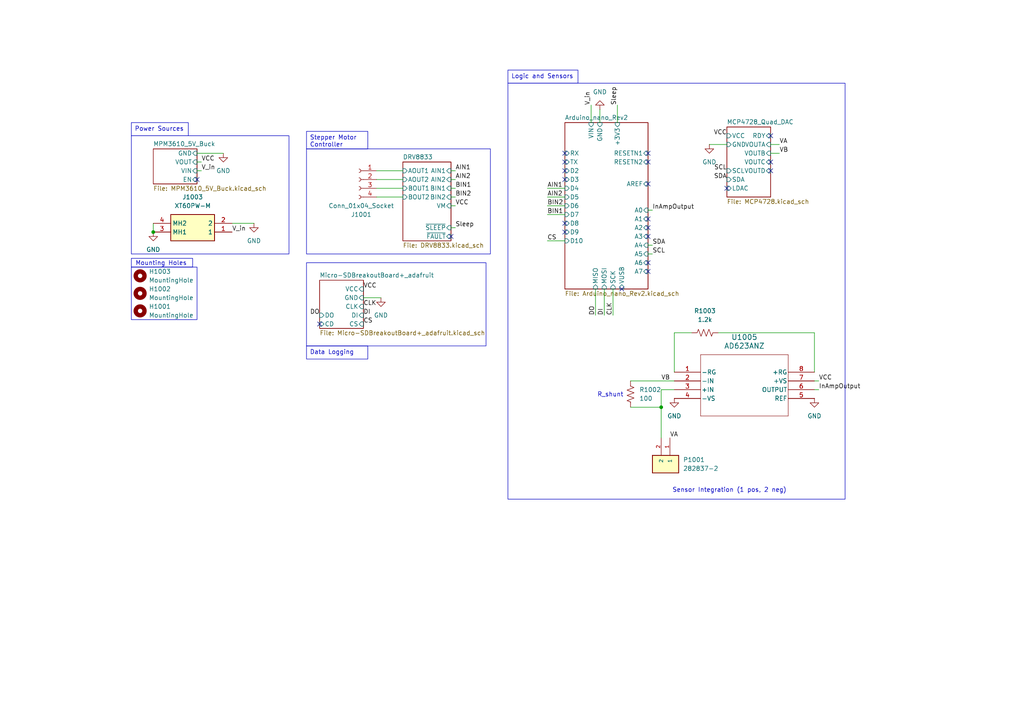
<source format=kicad_sch>
(kicad_sch (version 20231120) (generator "eeschema") (generator_version "8.0")
  (paper "A4")
  (lib_symbols
    (symbol "282837-2:282837-2" (pin_names (offset 1.016))
      (property "Reference" "P" (at -2.5406 2.5438 0))
      (property "Value" "282837-2" (at -2.5424 -6.3745 0))
      (symbol "282837-2_0_0"
        (rectangle (start -2.54 -5.08) (end 2.54 2.54) (stroke (width 0.254)) (fill (type background)))
        (pin passive line (at -7.62 0 0) (length 5.08) (name "1") (number "1"))
        (pin passive line (at -7.62 -2.54 0) (length 5.08) (name "2") (number "2"))
      )
    )
    (symbol "AD623ANZ:AD623ANZ" (pin_names (offset 0.254))
      (property "Reference" "U" (at 20.32 10.16 0))
      (property "Value" "AD623ANZ" (at 20.32 7.62 0))
      (symbol "AD623ANZ_0_1"
        (polyline (pts (xy 7.62 -12.7) (xy 33.02 -12.7)) (stroke (width 0.127)))
        (polyline (pts (xy 7.62 5.08) (xy 7.62 -12.7)) (stroke (width 0.127)))
        (polyline (pts (xy 33.02 -12.7) (xy 33.02 5.08)) (stroke (width 0.127)))
        (polyline (pts (xy 33.02 5.08) (xy 7.62 5.08)) (stroke (width 0.127)))
        (pin unspecified line (at 0 0 0) (length 7.62) (name "-RG") (number "1"))
        (pin unspecified line (at 0 -2.54 0) (length 7.62) (name "-IN") (number "2"))
        (pin unspecified line (at 0 -5.08 0) (length 7.62) (name "+IN") (number "3"))
        (pin power_in line (at 0 -7.62 0) (length 7.62) (name "-VS") (number "4"))
        (pin unspecified line (at 40.64 -7.62 180) (length 7.62) (name "REF") (number "5"))
        (pin unspecified line (at 40.64 -5.08 180) (length 7.62) (name "OUTPUT") (number "6"))
        (pin power_in line (at 40.64 -2.54 180) (length 7.62) (name "+VS") (number "7"))
        (pin unspecified line (at 40.64 0 180) (length 7.62) (name "+RG") (number "8"))
      )
    )
    (symbol "Connector:Conn_01x04_Socket" (pin_names (offset 1.016) hide)
      (property "Reference" "J" (at 0 5.08 0))
      (property "Value" "Conn_01x04_Socket" (at 0 -7.62 0))
      (symbol "Conn_01x04_Socket_1_1"
        (arc (start 0 -4.572) (mid -0.5058 -5.08) (end 0 -5.588) (stroke (width 0.1524)))
        (arc (start 0 -2.032) (mid -0.5058 -2.54) (end 0 -3.048) (stroke (width 0.1524)))
        (polyline (pts (xy -1.27 -5.08) (xy -0.508 -5.08)) (stroke (width 0.1524)))
        (polyline (pts (xy -1.27 -2.54) (xy -0.508 -2.54)) (stroke (width 0.1524)))
        (polyline (pts (xy -1.27 0) (xy -0.508 0)) (stroke (width 0.1524)))
        (polyline (pts (xy -1.27 2.54) (xy -0.508 2.54)) (stroke (width 0.1524)))
        (arc (start 0 0.508) (mid -0.5058 0) (end 0 -0.508) (stroke (width 0.1524)))
        (arc (start 0 3.048) (mid -0.5058 2.54) (end 0 2.032) (stroke (width 0.1524)))
        (pin passive line (at -5.08 2.54 0) (length 3.81) (name "Pin_1") (number "1"))
        (pin passive line (at -5.08 0 0) (length 3.81) (name "Pin_2") (number "2"))
        (pin passive line (at -5.08 -2.54 0) (length 3.81) (name "Pin_3") (number "3"))
        (pin passive line (at -5.08 -5.08 0) (length 3.81) (name "Pin_4") (number "4"))
      )
    )
    (symbol "Device:R_US" (pin_numbers hide) (pin_names (offset 0))
      (property "Reference" "R" (at 2.54 0 90))
      (property "Value" "R_US" (at -2.54 0 90))
      (symbol "R_US_0_1"
        (polyline (pts (xy 0 -2.286) (xy 0 -2.54)))
        (polyline (pts (xy 0 2.286) (xy 0 2.54)))
        (polyline (pts (xy 0 -0.762) (xy 1.016 -1.143) (xy 0 -1.524) (xy -1.016 -1.905) (xy 0 -2.286)))
        (polyline (pts (xy 0 0.762) (xy 1.016 0.381) (xy 0 0) (xy -1.016 -0.381) (xy 0 -0.762)))
        (polyline (pts (xy 0 2.286) (xy 1.016 1.905) (xy 0 1.524) (xy -1.016 1.143) (xy 0 0.762)))
      )
      (symbol "R_US_1_1"
        (pin passive line (at 0 3.81 270) (length 1.27) (name "~") (number "1"))
        (pin passive line (at 0 -3.81 90) (length 1.27) (name "~") (number "2"))
      )
    )
    (symbol "Mechanical:MountingHole" (pin_names (offset 1.016)) (exclude_from_sim yes) (in_bom no)
      (property "Reference" "H" (at 0 5.08 0))
      (property "Value" "MountingHole" (at 0 3.175 0))
      (symbol "MountingHole_0_1"
        (circle (center 0 0) (radius 1.27) (stroke (width 1.27)))
      )
    )
    (symbol "XT60PW-M:XT60PW-M"
      (property "Reference" "J" (at 19.05 7.62 0))
      (property "Value" "XT60PW-M" (at 19.05 5.08 0))
      (symbol "XT60PW-M_1_1"
        (rectangle (start 5.08 2.54) (end 17.78 -5.08) (stroke (width 0.254)) (fill (type background)))
        (pin passive line (at 0 0 0) (length 5.08) (name "1") (number "1"))
        (pin passive line (at 0 -2.54 0) (length 5.08) (name "2") (number "2"))
        (pin passive line (at 22.86 0 180) (length 5.08) (name "MH1") (number "3"))
        (pin passive line (at 22.86 -2.54 180) (length 5.08) (name "MH2") (number "4"))
      )
    )
    (symbol "power:GND" (power) (pin_numbers hide) (pin_names (offset 0) hide)
      (property "Value" "GND" (at 0 -3.81 0))
      (symbol "GND_0_1"
        (polyline (pts (xy 0 0) (xy 0 -1.27) (xy 1.27 -1.27) (xy 0 -2.54) (xy -1.27 -1.27) (xy 0 -1.27)))
      )
      (symbol "GND_1_1"
        (pin power_in line (at 0 0 270) (length 0) (name "~") (number "1"))
      )
    )
  )
  (junction (at 191.77 118.11))
  (junction (at 44.45 67.31))
  (no_connect (at 130.81 68.58))
  (no_connect (at 163.83 46.99))
  (no_connect (at 163.83 52.07))
  (no_connect (at 223.52 49.53))
  (no_connect (at 223.52 39.37))
  (no_connect (at 187.96 76.2))
  (no_connect (at 57.15 52.07))
  (no_connect (at 180.34 83.82))
  (no_connect (at 187.96 46.99))
  (no_connect (at 187.96 63.5))
  (no_connect (at 163.83 49.53))
  (no_connect (at 187.96 78.74))
  (no_connect (at 187.96 68.58))
  (no_connect (at 187.96 44.45))
  (no_connect (at 92.71 93.98))
  (no_connect (at 210.82 54.61))
  (no_connect (at 163.83 44.45))
  (no_connect (at 187.96 66.04))
  (no_connect (at 163.83 64.77))
  (no_connect (at 187.96 53.34))
  (no_connect (at 223.52 46.99))
  (no_connect (at 163.83 67.31))
  (wire (pts (xy 158.75 57.15) (xy 163.83 57.15)))
  (wire (pts (xy 58.42 46.99) (xy 57.15 46.99)))
  (wire (pts (xy 109.22 52.07) (xy 116.84 52.07)))
  (wire (pts (xy 195.58 96.52) (xy 200.66 96.52)))
  (wire (pts (xy 179.07 30.48) (xy 179.07 35.56)))
  (wire (pts (xy 109.22 49.53) (xy 116.84 49.53)))
  (wire (pts (xy 158.75 54.61) (xy 163.83 54.61)))
  (wire (pts (xy 132.08 57.15) (xy 130.81 57.15)))
  (wire (pts (xy 187.96 60.96) (xy 189.23 60.96)))
  (wire (pts (xy 223.52 41.91) (xy 226.06 41.91)))
  (wire (pts (xy 132.08 66.04) (xy 130.81 66.04)))
  (wire (pts (xy 158.75 59.69) (xy 163.83 59.69)))
  (wire (pts (xy 205.74 41.91) (xy 210.82 41.91)))
  (wire (pts (xy 158.75 69.85) (xy 163.83 69.85)))
  (wire (pts (xy 173.99 31.75) (xy 173.99 35.56)))
  (wire (pts (xy 191.77 127) (xy 191.77 118.11)))
  (wire (pts (xy 177.8 83.82) (xy 177.8 91.44)))
  (wire (pts (xy 158.75 62.23) (xy 163.83 62.23)))
  (wire (pts (xy 67.31 64.77) (xy 73.66 64.77)))
  (wire (pts (xy 171.45 30.48) (xy 171.45 35.56)))
  (wire (pts (xy 132.08 49.53) (xy 130.81 49.53)))
  (wire (pts (xy 64.77 44.45) (xy 57.15 44.45)))
  (wire (pts (xy 109.22 54.61) (xy 116.84 54.61)))
  (wire (pts (xy 132.08 52.07) (xy 130.81 52.07)))
  (wire (pts (xy 236.22 96.52) (xy 236.22 107.95)))
  (wire (pts (xy 58.42 49.53) (xy 57.15 49.53)))
  (wire (pts (xy 191.77 118.11) (xy 191.77 113.03)))
  (wire (pts (xy 44.45 64.77) (xy 44.45 67.31)))
  (wire (pts (xy 187.96 71.12) (xy 189.23 71.12)))
  (wire (pts (xy 172.72 83.82) (xy 172.72 91.44)))
  (wire (pts (xy 237.49 113.03) (xy 236.22 113.03)))
  (wire (pts (xy 109.22 57.15) (xy 116.84 57.15)))
  (wire (pts (xy 223.52 44.45) (xy 226.06 44.45)))
  (wire (pts (xy 132.08 59.69) (xy 130.81 59.69)))
  (wire (pts (xy 187.96 73.66) (xy 189.23 73.66)))
  (wire (pts (xy 191.77 113.03) (xy 195.58 113.03)))
  (wire (pts (xy 182.88 118.11) (xy 191.77 118.11)))
  (wire (pts (xy 175.26 83.82) (xy 175.26 91.44)))
  (wire (pts (xy 132.08 54.61) (xy 130.81 54.61)))
  (wire (pts (xy 182.88 110.49) (xy 195.58 110.49)))
  (wire (pts (xy 110.49 86.36) (xy 105.41 86.36)))
  (wire (pts (xy 195.58 107.95) (xy 195.58 96.52)))
  (wire (pts (xy 237.49 110.49) (xy 236.22 110.49)))
  (wire (pts (xy 208.28 96.52) (xy 236.22 96.52)))
  (rectangle (start 88.9 76.2) (end 140.97 100.33))
  (rectangle (start 38.1 39.37) (end 83.82 73.66))
  (rectangle (start 38.1 77.47) (end 57.15 92.71))
  (rectangle (start 88.9 43.18) (end 142.24 73.66))
  (rectangle (start 147.32 24.13) (end 245.11 144.78))
  (rectangle (start 38.1 74.93) (end 55.88 77.47))
  (text_box "Power Sources" (at 38.1 35.56 0) (size 16.51 3.81) (effects (font (size 1.27 1.27)) (justify left top)))
  (text_box "Data Logging" (at 88.9 100.33 0) (size 17.78 3.81) (effects (font (size 1.27 1.27)) (justify left top)))
  (text_box "Stepper Motor Controller" (at 88.9 38.1 0) (size 17.78 5.08) (effects (font (size 1.27 1.27)) (justify left top)))
  (text_box "Logic and Sensors" (at 147.32 20.32 0) (size 20.32 3.81) (effects (font (size 1.27 1.27)) (justify left top)))
  (text "R_shunt" (at 177.038 114.554 0) (effects (font (size 1.27 1.27))))
  (text "Sensor Integration (1 pos, 2 neg)\n" (at 211.582 142.24 0) (effects (font (size 1.27 1.27))))
  (text "Mounting Holes" (at 46.736 76.454 0) (effects (font (size 1.27 1.27))))
  (label "VA" (at 226.06 41.91 0))
  (label "SCL" (at 210.82 49.53 180))
  (label "VB" (at 191.77 110.49 0))
  (label "AIN1" (at 132.08 49.53 0))
  (label "Sleep" (at 132.08 66.04 0))
  (label "InAmpOutput" (at 237.49 113.03 0))
  (label "V_in" (at 171.45 30.48 90))
  (label "BIN1" (at 158.75 62.23 0))
  (label "V_in" (at 67.31 67.31 0))
  (label "CLK" (at 105.41 88.9 0))
  (label "BIN1" (at 132.08 54.61 0))
  (label "CS" (at 158.75 69.85 0))
  (label "Sleep" (at 179.07 30.48 90))
  (label "VCC" (at 132.08 59.69 0))
  (label "VCC" (at 105.41 83.82 0))
  (label "VA" (at 194.31 127 0))
  (label "VCC" (at 58.42 46.99 0))
  (label "CS" (at 105.41 93.98 0))
  (label "SCL" (at 189.23 73.66 0))
  (label "VCC" (at 237.49 110.49 0))
  (label "DO" (at 172.72 91.44 90))
  (label "V_in" (at 58.42 49.53 0))
  (label "BIN2" (at 132.08 57.15 0))
  (label "DI" (at 175.26 91.44 90))
  (label "AIN2" (at 158.75 57.15 0))
  (label "VCC" (at 210.82 39.37 180))
  (label "AIN2" (at 132.08 52.07 0))
  (label "DO" (at 92.71 91.44 180))
  (label "AIN1" (at 158.75 54.61 0))
  (label "DI" (at 105.41 91.44 0))
  (label "InAmpOutput" (at 189.23 60.96 0))
  (label "VB" (at 226.06 44.45 0))
  (label "BIN2" (at 158.75 59.69 0))
  (label "SDA" (at 189.23 71.12 0))
  (label "CLK" (at 177.8 91.44 90))
  (label "SDA" (at 210.82 52.07 180))
  (symbol (lib_id "Connector:Conn_01x04_Socket") (at 104.14 52.07 0) (mirror y) (unit 1)
    (property "Reference" "J1001" (at 104.775 62.23 0))
    (property "Value" "Conn_01x04_Socket" (at 104.775 59.69 0))
    (property "Footprint" "Connectors:01x04_SMD_Connector_Linear" (effects (hide yes)))
    (property "Description" "Generic connector, single row, 01x04, script generated" (effects (hide yes)))
  )
  (symbol (lib_id "AD623ANZ:AD623ANZ") (at 195.58 107.95 0) (unit 1)
    (property "Reference" "U1005" (at 215.9 97.79 0) (effects (font (size 1.524 1.524))))
    (property "Value" "AD623ANZ" (at 215.9 100.33 0) (effects (font (size 1.524 1.524))))
    (property "Footprint" "AD623ANZ:N_8_ADI" (effects (hide yes)))
    (property "Datasheet" "https://www.analog.com/media/en/technical-documentation/data-sheets/ad623.pdf" (effects (hide yes)))
  )
  (symbol (lib_id "power:GND") (at 110.49 86.36 0) (unit 1)
    (property "Reference" "#PWR01002" (effects (hide yes)))
    (property "Value" "GND" (at 110.49 91.44 0))
    (property "Description" "Power symbol creates a global label with name \"GND\" , ground" (effects (hide yes)))
  )
  (symbol (lib_id "power:GND") (at 173.99 31.75 180) (unit 1)
    (property "Reference" "#PWR01009" (effects (hide yes)))
    (property "Value" "GND" (at 173.99 26.67 0))
    (property "Description" "Power symbol creates a global label with name \"GND\" , ground" (effects (hide yes)))
  )
  (symbol (lib_id "Device:R_US") (at 182.88 114.3 180) (unit 1)
    (property "Reference" "R1002" (at 185.42 113.0299 0) (effects (justify right)))
    (property "Value" "100" (at 185.42 115.5699 0) (effects (justify right)))
    (property "Footprint" "Resistor_SMD:R_0201_0603Metric" (effects (hide yes)))
    (property "Description" "Resistor, US symbol" (effects (hide yes)))
  )
  (symbol (lib_id "power:GND") (at 73.66 64.77 0) (unit 1)
    (property "Reference" "#PWR01010" (effects (hide yes)))
    (property "Value" "GND" (at 73.66 69.85 0))
    (property "Description" "Power symbol creates a global label with name \"GND\" , ground" (effects (hide yes)))
  )
  (symbol (lib_id "282837-2:282837-2") (at 194.31 134.62 270) (unit 1)
    (property "Reference" "P1001" (at 198.12 133.3499 90) (effects (justify left)))
    (property "Value" "282837-2" (at 198.12 135.8899 90) (effects (justify left)))
    (property "Footprint" "282837-2:TE_282837-2" (effects (hide yes)))
    (property "MF" "On Shore" (effects (hide yes)))
    (property "DESCRIPTION" "TERMINAL BLOCK 3.5MM 2POS PCB" (effects (hide yes)))
    (property "PACKAGE" "None" (effects (hide yes)))
    (property "PRICE" "0.28 USD" (effects (hide yes)))
    (property "PARTREV" "G3" (effects (hide yes)))
    (property "MP" "OSTTE020104" (effects (hide yes)))
    (property "AVAILABILITY" "Good" (effects (hide yes)))
  )
  (symbol (lib_id "XT60PW-M:XT60PW-M") (at 67.31 67.31 180) (unit 1)
    (property "Reference" "J1003" (at 55.88 57.15 0))
    (property "Value" "XT60PW-M" (at 55.88 59.69 0))
    (property "Footprint" "XT60PW-M:XT60PWM" (effects (hide yes)))
    (property "Datasheet" "https://www.tme.eu/Document/b13629717d44ae038681dba08d18c0b6/XT60PW-M.pdf" (effects (hide yes)))
    (property "Description" "Connector: DC supply; socket; XT60; male; PIN: 2; on PCBs; THT; 30A" (effects (hide yes)))
    (property "Height" "8.4" (effects (hide yes)))
    (property "Manufacturer_Name" "Amass" (effects (hide yes)))
    (property "Manufacturer_Part_Number" "XT60PW-M" (effects (hide yes)))
  )
  (symbol (lib_id "power:GND") (at 44.45 67.31 0) (unit 1)
    (property "Reference" "#PWR01003" (effects (hide yes)))
    (property "Value" "GND" (at 44.45 72.39 0))
    (property "Description" "Power symbol creates a global label with name \"GND\" , ground" (effects (hide yes)))
  )
  (symbol (lib_id "Mechanical:MountingHole") (at 40.64 85.09 0) (unit 1) (exclude_from_sim yes) (in_bom no)
    (property "Reference" "H1002" (at 43.18 83.8199 0) (effects (justify left)))
    (property "Value" "MountingHole" (at 43.18 86.3599 0) (effects (justify left)))
    (property "Footprint" "MountingHole:MountingHole_3.2mm_M3" (effects (hide yes)))
    (property "Description" "Mounting Hole without connection" (effects (hide yes)))
  )
  (symbol (lib_id "Mechanical:MountingHole") (at 40.64 80.01 0) (unit 1) (exclude_from_sim yes) (in_bom no)
    (property "Reference" "H1003" (at 43.18 78.7399 0) (effects (justify left)))
    (property "Value" "MountingHole" (at 43.18 81.2799 0) (effects (justify left)))
    (property "Footprint" "MountingHole:MountingHole_3.2mm_M3" (effects (hide yes)))
    (property "Description" "Mounting Hole without connection" (effects (hide yes)))
  )
  (symbol (lib_id "Mechanical:MountingHole") (at 40.64 90.17 0) (unit 1) (exclude_from_sim yes) (in_bom no)
    (property "Reference" "H1001" (at 43.18 88.8999 0) (effects (justify left)))
    (property "Value" "MountingHole" (at 43.18 91.4399 0) (effects (justify left)))
    (property "Footprint" "MountingHole:MountingHole_3.2mm_M3" (effects (hide yes)))
    (property "Description" "Mounting Hole without connection" (effects (hide yes)))
  )
  (symbol (lib_id "power:GND") (at 205.74 41.91 0) (unit 1)
    (property "Reference" "#PWR01001" (effects (hide yes)))
    (property "Value" "GND" (at 205.74 46.99 0))
    (property "Description" "Power symbol creates a global label with name \"GND\" , ground" (effects (hide yes)))
  )
  (symbol (lib_id "power:GND") (at 64.77 44.45 0) (unit 1)
    (property "Reference" "#PWR01006" (effects (hide yes)))
    (property "Value" "GND" (at 64.77 49.53 0))
    (property "Description" "Power symbol creates a global label with name \"GND\" , ground" (effects (hide yes)))
  )
  (symbol (lib_id "Device:R_US") (at 204.47 96.52 90) (unit 1)
    (property "Reference" "R1003" (at 204.47 90.17 90))
    (property "Value" "1.2k" (at 204.47 92.71 90))
    (property "Footprint" "Resistor_SMD:R_0201_0603Metric" (effects (hide yes)))
    (property "Description" "Resistor, US symbol" (effects (hide yes)))
  )
  (symbol (lib_id "power:GND") (at 195.58 115.57 0) (unit 1)
    (property "Reference" "#PWR01007" (effects (hide yes)))
    (property "Value" "GND" (at 195.58 120.65 0))
    (property "Description" "Power symbol creates a global label with name \"GND\" , ground" (effects (hide yes)))
  )
  (symbol (lib_id "power:GND") (at 236.22 115.57 0) (unit 1)
    (property "Reference" "#PWR01008" (effects (hide yes)))
    (property "Value" "GND" (at 236.22 120.65 0))
    (property "Description" "Power symbol creates a global label with name \"GND\" , ground" (effects (hide yes)))
  )
  (sheet (at 210.82 36.83) (size 12.7 20.32) (stroke (width 0.1524))
    (property "Sheetname" "MCP4728_Quad_DAC" (at 210.82 36.1184 0) (effects (justify left bottom)))
    (property "Sheetfile" "MCP4728.kicad_sch" (at 210.82 57.7346 0) (effects (justify left top)))
    (pin "RDY" input (at 223.52 39.37 0))
    (pin "GND" input (at 210.82 41.91 180))
    (pin "VOUTA" input (at 223.52 41.91 0))
    (pin "VOUTC" input (at 223.52 46.99 0))
    (pin "VCC" input (at 210.82 39.37 180))
    (pin "VOUTD" input (at 223.52 49.53 0))
    (pin "VOUTB" input (at 223.52 44.45 0))
    (pin "SCL" input (at 210.82 49.53 180))
    (pin "SDA" input (at 210.82 52.07 180))
    (pin "LDAC" input (at 210.82 54.61 180))
  )
  (sheet (at 92.71 81.28) (size 12.7 13.97) (stroke (width 0.1524))
    (property "Sheetname" "Micro-SDBreakoutBoard+_adafruit" (at 92.71 80.5684 0) (effects (justify left bottom)))
    (property "Sheetfile" "Micro-SDBreakoutBoard+_adafruit.kicad_sch" (at 92.71 95.8346 0) (effects (justify left top)))
    (pin "DI" input (at 105.41 91.44 0))
    (pin "CS" input (at 105.41 93.98 0))
    (pin "DO" input (at 92.71 91.44 180))
    (pin "CLK" input (at 105.41 88.9 0))
    (pin "GND" input (at 105.41 86.36 0))
    (pin "VCC" input (at 105.41 83.82 0))
    (pin "CD" input (at 92.71 93.98 180))
  )
  (sheet (at 163.83 35.56) (size 24.13 48.26) (stroke (width 0.1524))
    (property "Sheetname" "Arduino_nano_Rev2" (at 163.83 34.8484 0) (effects (justify left bottom)))
    (property "Sheetfile" "Arduino_nano_Rev2.kicad_sch" (at 163.83 84.4046 0) (effects (justify left top)))
    (pin "A2" input (at 187.96 66.04 0))
    (pin "A4" input (at 187.96 71.12 0))
    (pin "A6" input (at 187.96 76.2 0))
    (pin "A3" input (at 187.96 68.58 0))
    (pin "A5" input (at 187.96 73.66 0))
    (pin "A7" input (at 187.96 78.74 0))
    (pin "D10" input (at 163.83 69.85 180))
    (pin "D8" input (at 163.83 64.77 180))
    (pin "MISO" input (at 172.72 83.82 270))
    (pin "MOSI" input (at 175.26 83.82 270))
    (pin "D9" input (at 163.83 67.31 180))
    (pin "+3V3" input (at 179.07 35.56 90))
    (pin "A0" input (at 187.96 60.96 0))
    (pin "SCK" input (at 177.8 83.82 270))
    (pin "AREF" input (at 187.96 53.34 0))
    (pin "A1" input (at 187.96 63.5 0))
    (pin "VUSB" input (at 180.34 83.82 270))
    (pin "RESETN2" input (at 187.96 46.99 0))
    (pin "TX" input (at 163.83 46.99 180))
    (pin "RX" input (at 163.83 44.45 180))
    (pin "GND" input (at 173.99 35.56 90))
    (pin "D7" input (at 163.83 62.23 180))
    (pin "D6" input (at 163.83 59.69 180))
    (pin "D2" input (at 163.83 49.53 180))
    (pin "D3" input (at 163.83 52.07 180))
    (pin "D5" input (at 163.83 57.15 180))
    (pin "D4" input (at 163.83 54.61 180))
    (pin "VIN" input (at 171.45 35.56 90))
    (pin "RESETN1" input (at 187.96 44.45 0))
  )
  (sheet (at 116.84 46.99) (size 13.97 22.86) (stroke (width 0.1524))
    (property "Sheetname" "DRV8833" (at 116.84 46.2784 0) (effects (justify left bottom)))
    (property "Sheetfile" "DRV8833.kicad_sch" (at 116.84 70.4346 0) (effects (justify left top)))
    (pin "AIN1" input (at 130.81 49.53 0))
    (pin "BIN1" input (at 130.81 54.61 0))
    (pin "AIN2" input (at 130.81 52.07 0))
    (pin "BIN2" input (at 130.81 57.15 0))
    (pin "AOUT2" input (at 116.84 52.07 180))
    (pin "AOUT1" input (at 116.84 49.53 180))
    (pin "BOUT1" input (at 116.84 54.61 180))
    (pin "BOUT2" input (at 116.84 57.15 180))
    (pin "~{FAULT}" input (at 130.81 68.58 0))
    (pin "~{SLEEP}" input (at 130.81 66.04 0))
    (pin "VM" input (at 130.81 59.69 0))
  )
  (sheet (at 44.45 43.18) (size 12.7 10.16) (stroke (width 0.1524))
    (property "Sheetname" "MPM3610_5V_Buck" (at 44.45 42.4684 0) (effects (justify left bottom)))
    (property "Sheetfile" "MPM3610_5V_Buck.kicad_sch" (at 44.45 53.9246 0) (effects (justify left top)))
    (pin "GND" input (at 57.15 44.45 0))
    (pin "VOUT" input (at 57.15 46.99 0))
    (pin "EN" input (at 57.15 52.07 0))
    (pin "VIN" input (at 57.15 49.53 0))
  )
)
</source>
